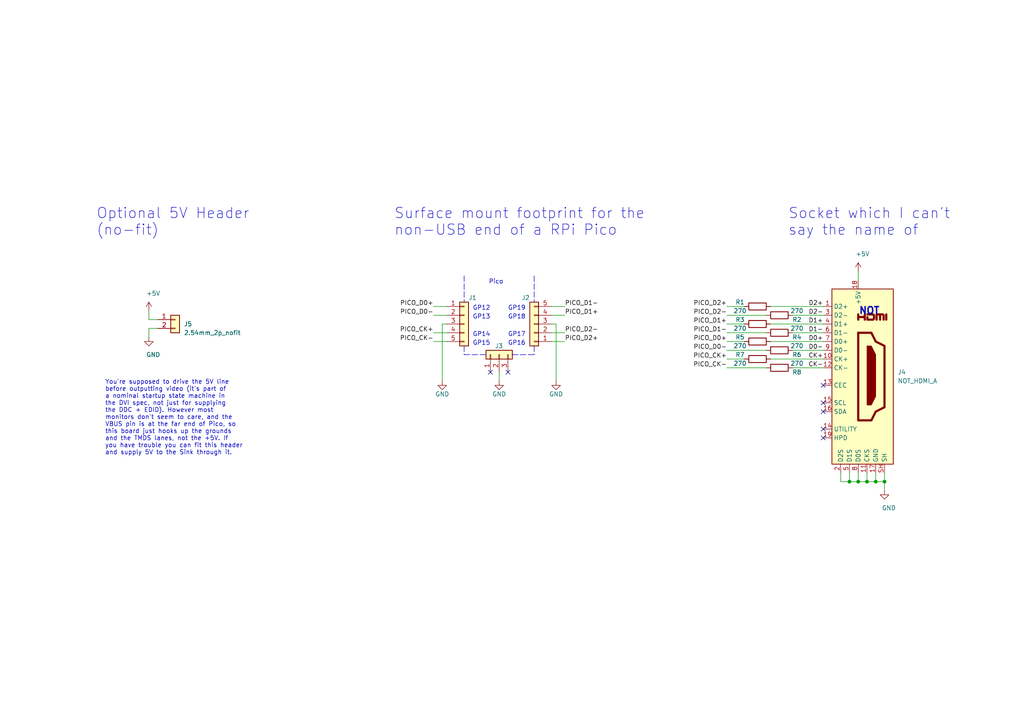
<source format=kicad_sch>
(kicad_sch (version 20211123) (generator eeschema)
  (paper "A4")
  (title_block (title "Pico DVI Sock (or Shim, or something, idk what to call it)") (date "2021-02-02") (rev "B") (company "Luke Wren") (comment 1 "and stick the board into a breadboard. Micro-USB one end, video the other end.") (comment 2 "low-profile on the bottom, so you can fit headers to the remaining Pico I/O pins") (comment 3 "DMI (the H is silent) connector onto the end opposite the micro-USB. It's pretty ") (comment 4 "The raspberry end of a RPi Pico is surface mounted onto this board, to fit a"))
  (lib_symbols
    (symbol "Connector:HDMI_A"
      (property "Reference" "J" (at -6.35 26.67 0))
      (property "Value" "HDMI_A" (at 10.16 26.67 0))
      (symbol "HDMI_A_0_0"
        (polyline (pts (xy 8.128 16.51) (xy 8.128 18.034)) (stroke (width 0.635)))
        (polyline (pts (xy 0 16.51) (xy 0 18.034) (xy 0 17.272) (xy 1.905 17.272) (xy 1.905 18.034) (xy 1.905 16.51)) (stroke (width 0.635)))
        (polyline (pts (xy 2.667 18.034) (xy 4.318 18.034) (xy 4.572 17.78) (xy 4.572 16.764) (xy 4.318 16.51) (xy 2.667 16.51) (xy 2.667 17.272)) (stroke (width 0.635)))
      )
      (symbol "HDMI_A_0_1"
        (rectangle (start -7.62 25.4) (end 10.16 -25.4) (stroke (width 0.254)) (fill (type background)))
        (polyline (pts (xy 2.54 8.89) (xy 3.81 8.89) (xy 5.08 6.35) (xy 5.08 -5.715) (xy 3.81 -8.255) (xy 2.54 -8.255) (xy 2.54 8.89)) (fill (type outline)))
        (polyline (pts (xy 5.334 16.51) (xy 5.334 18.034) (xy 6.35 18.034) (xy 6.35 16.51) (xy 6.35 18.034) (xy 7.112 18.034) (xy 7.366 17.78) (xy 7.366 16.51)) (stroke (width 0.635)))
        (polyline (pts (xy 0 12.7) (xy 0 -12.7) (xy 3.81 -12.7) (xy 5.08 -10.16) (xy 7.62 -8.89) (xy 7.62 8.89) (xy 5.08 10.16) (xy 3.81 12.7) (xy 0 12.7)) (stroke (width 0.635)))
      )
      (symbol "HDMI_A_1_1"
        (pin passive line (at -10.16 20.32 0) (length 2.54) (name "D2+") (number "1"))
        (pin passive line (at -10.16 5.08 0) (length 2.54) (name "CK+") (number "10"))
        (pin power_in line (at 2.54 -27.94 90) (length 2.54) (name "CKS") (number "11"))
        (pin passive line (at -10.16 2.54 0) (length 2.54) (name "CK-") (number "12"))
        (pin bidirectional line (at -10.16 -2.54 0) (length 2.54) (name "CEC") (number "13"))
        (pin passive line (at -10.16 -15.24 0) (length 2.54) (name "UTILITY") (number "14"))
        (pin passive line (at -10.16 -7.62 0) (length 2.54) (name "SCL") (number "15"))
        (pin bidirectional line (at -10.16 -10.16 0) (length 2.54) (name "SDA") (number "16"))
        (pin power_in line (at 5.08 -27.94 90) (length 2.54) (name "GND") (number "17"))
        (pin power_in line (at 0 27.94 270) (length 2.54) (name "+5V") (number "18"))
        (pin passive line (at -10.16 -17.78 0) (length 2.54) (name "HPD") (number "19"))
        (pin power_in line (at -5.08 -27.94 90) (length 2.54) (name "D2S") (number "2"))
        (pin passive line (at -10.16 17.78 0) (length 2.54) (name "D2-") (number "3"))
        (pin passive line (at -10.16 15.24 0) (length 2.54) (name "D1+") (number "4"))
        (pin power_in line (at -2.54 -27.94 90) (length 2.54) (name "D1S") (number "5"))
        (pin passive line (at -10.16 12.7 0) (length 2.54) (name "D1-") (number "6"))
        (pin passive line (at -10.16 10.16 0) (length 2.54) (name "D0+") (number "7"))
        (pin power_in line (at 0 -27.94 90) (length 2.54) (name "D0S") (number "8"))
        (pin passive line (at -10.16 7.62 0) (length 2.54) (name "D0-") (number "9"))
        (pin passive line (at 7.62 -27.94 90) (length 2.54) (name "SH") (number "SH"))
      )
    )
    (symbol "Connector_Generic:Conn_01x02" (pin_names (offset 1.016) hide)
      (property "Reference" "J" (at 0 2.54 0))
      (property "Value" "Conn_01x02" (at 0 -5.08 0))
      (symbol "Conn_01x02_1_1"
        (rectangle (start -1.27 -2.413) (end 0 -2.667) (stroke (width 0.1524)))
        (rectangle (start -1.27 0.127) (end 0 -0.127) (stroke (width 0.1524)))
        (rectangle (start -1.27 1.27) (end 1.27 -3.81) (stroke (width 0.254)) (fill (type background)))
        (pin passive line (at -5.08 0 0) (length 3.81) (name "Pin_1") (number "1"))
        (pin passive line (at -5.08 -2.54 0) (length 3.81) (name "Pin_2") (number "2"))
      )
    )
    (symbol "Connector_Generic:Conn_01x03" (pin_names (offset 1.016) hide)
      (property "Reference" "J" (at 0 5.08 0))
      (property "Value" "Conn_01x03" (at 0 -5.08 0))
      (symbol "Conn_01x03_1_1"
        (rectangle (start -1.27 -2.413) (end 0 -2.667) (stroke (width 0.1524)))
        (rectangle (start -1.27 0.127) (end 0 -0.127) (stroke (width 0.1524)))
        (rectangle (start -1.27 2.667) (end 0 2.413) (stroke (width 0.1524)))
        (rectangle (start -1.27 3.81) (end 1.27 -3.81) (stroke (width 0.254)) (fill (type background)))
        (pin passive line (at -5.08 2.54 0) (length 3.81) (name "Pin_1") (number "1"))
        (pin passive line (at -5.08 0 0) (length 3.81) (name "Pin_2") (number "2"))
        (pin passive line (at -5.08 -2.54 0) (length 3.81) (name "Pin_3") (number "3"))
      )
    )
    (symbol "Connector_Generic:Conn_01x05" (pin_names (offset 1.016) hide)
      (property "Reference" "J" (at 0 7.62 0))
      (property "Value" "Conn_01x05" (at 0 -7.62 0))
      (symbol "Conn_01x05_1_1"
        (rectangle (start -1.27 -4.953) (end 0 -5.207) (stroke (width 0.1524)))
        (rectangle (start -1.27 -2.413) (end 0 -2.667) (stroke (width 0.1524)))
        (rectangle (start -1.27 0.127) (end 0 -0.127) (stroke (width 0.1524)))
        (rectangle (start -1.27 2.667) (end 0 2.413) (stroke (width 0.1524)))
        (rectangle (start -1.27 5.207) (end 0 4.953) (stroke (width 0.1524)))
        (rectangle (start -1.27 6.35) (end 1.27 -6.35) (stroke (width 0.254)) (fill (type background)))
        (pin passive line (at -5.08 5.08 0) (length 3.81) (name "Pin_1") (number "1"))
        (pin passive line (at -5.08 2.54 0) (length 3.81) (name "Pin_2") (number "2"))
        (pin passive line (at -5.08 0 0) (length 3.81) (name "Pin_3") (number "3"))
        (pin passive line (at -5.08 -2.54 0) (length 3.81) (name "Pin_4") (number "4"))
        (pin passive line (at -5.08 -5.08 0) (length 3.81) (name "Pin_5") (number "5"))
      )
    )
    (symbol "Device:R" (pin_numbers hide) (pin_names (offset 0))
      (property "Reference" "R" (at 2.032 0 90))
      (property "Value" "R" (at 0 0 90))
      (symbol "R_0_1"
        (rectangle (start -1.016 -2.54) (end 1.016 2.54) (stroke (width 0.254)))
      )
      (symbol "R_1_1"
        (pin passive line (at 0 3.81 270) (length 1.27) (name "~") (number "1"))
        (pin passive line (at 0 -3.81 90) (length 1.27) (name "~") (number "2"))
      )
    )
    (symbol "power:+5V" (power) (pin_names (offset 0))
      (property "Value" "+5V" (at 0 3.556 0))
      (symbol "+5V_0_1"
        (polyline (pts (xy -0.762 1.27) (xy 0 2.54)))
        (polyline (pts (xy 0 0) (xy 0 2.54)))
        (polyline (pts (xy 0 2.54) (xy 0.762 1.27)))
      )
      (symbol "+5V_1_1"
        (pin power_in line (at 0 0 90) (length 0) hide (name "+5V") (number "1"))
      )
    )
    (symbol "power:GND" (power) (pin_names (offset 0))
      (property "Value" "GND" (at 0 -3.81 0))
      (symbol "GND_0_1"
        (polyline (pts (xy 0 0) (xy 0 -1.27) (xy 1.27 -1.27) (xy 0 -2.54) (xy -1.27 -1.27) (xy 0 -1.27)))
      )
      (symbol "GND_1_1"
        (pin power_in line (at 0 0 270) (length 0) hide (name "GND") (number "1"))
      )
    )
  )
  (junction (at 248.92 139.7) (diameter 0.9144))
  (junction (at 254 139.7) (diameter 0.9144))
  (junction (at 256.54 139.7) (diameter 0.9144))
  (junction (at 246.38 139.7) (diameter 0.9144))
  (junction (at 251.46 139.7) (diameter 0.9144))
  (no_connect (at 238.76 116.84))
  (no_connect (at 238.76 124.46))
  (no_connect (at 238.76 119.38))
  (no_connect (at 238.76 111.76))
  (no_connect (at 142.24 107.95))
  (no_connect (at 147.32 107.95))
  (no_connect (at 238.76 127))
  (wire (pts (xy 160.02 96.52) (xy 163.83 96.52)))
  (wire (pts (xy 229.87 101.6) (xy 238.76 101.6)))
  (wire (pts (xy 210.82 93.98) (xy 215.9 93.98)))
  (polyline (pts (xy 148.59 102.87) (xy 154.94 102.87)) (stroke (width 0) (type dash)))
  (polyline (pts (xy 154.94 100.33) (xy 154.94 102.87)) (stroke (width 0) (type dash)))
  (wire (pts (xy 223.52 104.14) (xy 238.76 104.14)))
  (wire (pts (xy 210.82 96.52) (xy 222.25 96.52)))
  (wire (pts (xy 43.18 95.25) (xy 43.18 97.79)))
  (wire (pts (xy 45.72 95.25) (xy 43.18 95.25)))
  (wire (pts (xy 223.52 93.98) (xy 238.76 93.98)))
  (wire (pts (xy 229.87 106.68) (xy 238.76 106.68)))
  (wire (pts (xy 223.52 99.06) (xy 238.76 99.06)))
  (wire (pts (xy 160.02 88.9) (xy 163.83 88.9)))
  (wire (pts (xy 246.38 137.16) (xy 246.38 139.7)))
  (wire (pts (xy 229.87 96.52) (xy 238.76 96.52)))
  (wire (pts (xy 160.02 93.98) (xy 161.29 93.98)))
  (wire (pts (xy 161.29 93.98) (xy 161.29 110.49)))
  (wire (pts (xy 125.73 88.9) (xy 129.54 88.9)))
  (wire (pts (xy 254 137.16) (xy 254 139.7)))
  (polyline (pts (xy 154.94 80.01) (xy 154.94 87.63)) (stroke (width 0) (type dash)))
  (wire (pts (xy 210.82 99.06) (xy 215.9 99.06)))
  (wire (pts (xy 210.82 106.68) (xy 222.25 106.68)))
  (wire (pts (xy 210.82 91.44) (xy 222.25 91.44)))
  (wire (pts (xy 210.82 104.14) (xy 215.9 104.14)))
  (polyline (pts (xy 134.62 100.33) (xy 134.62 102.87)) (stroke (width 0) (type dash)))
  (polyline (pts (xy 134.62 102.87) (xy 140.97 102.87)) (stroke (width 0) (type dash)))
  (wire (pts (xy 125.73 91.44) (xy 129.54 91.44)))
  (wire (pts (xy 248.92 78.74) (xy 248.92 81.28)))
  (wire (pts (xy 248.92 137.16) (xy 248.92 139.7)))
  (wire (pts (xy 210.82 88.9) (xy 215.9 88.9)))
  (wire (pts (xy 229.87 91.44) (xy 238.76 91.44)))
  (wire (pts (xy 256.54 137.16) (xy 256.54 139.7)))
  (wire (pts (xy 223.52 88.9) (xy 238.76 88.9)))
  (wire (pts (xy 243.84 137.16) (xy 243.84 139.7)))
  (wire (pts (xy 243.84 139.7) (xy 246.38 139.7)))
  (wire (pts (xy 246.38 139.7) (xy 248.92 139.7)))
  (wire (pts (xy 248.92 139.7) (xy 251.46 139.7)))
  (wire (pts (xy 251.46 139.7) (xy 254 139.7)))
  (wire (pts (xy 254 139.7) (xy 256.54 139.7)))
  (wire (pts (xy 256.54 139.7) (xy 256.54 142.24)))
  (wire (pts (xy 160.02 99.06) (xy 163.83 99.06)))
  (wire (pts (xy 160.02 91.44) (xy 163.83 91.44)))
  (wire (pts (xy 125.73 99.06) (xy 129.54 99.06)))
  (wire (pts (xy 210.82 101.6) (xy 222.25 101.6)))
  (wire (pts (xy 251.46 137.16) (xy 251.46 139.7)))
  (wire (pts (xy 125.73 96.52) (xy 129.54 96.52)))
  (wire (pts (xy 43.18 90.17) (xy 43.18 92.71)))
  (wire (pts (xy 45.72 92.71) (xy 43.18 92.71)))
  (wire (pts (xy 128.27 93.98) (xy 128.27 110.49)))
  (wire (pts (xy 129.54 93.98) (xy 128.27 93.98)))
  (polyline (pts (xy 134.62 80.01) (xy 134.62 87.63)) (stroke (width 0) (type dash)))
  (wire (pts (xy 144.78 107.95) (xy 144.78 110.49)))
  (text "GP12" (at 142.24 90.17 180) (effects (font (size 1.27 1.27)) (justify right bottom)))
  (text "GP15" (at 142.24 100.33 180) (effects (font (size 1.27 1.27)) (justify right bottom)))
  (text "GP17" (at 147.32 97.79 0) (effects (font (size 1.27 1.27)) (justify left bottom)))
  (text "You're supposed to drive the 5V line\nbefore outputting video (it's part of\na nominal startup state machine in\nthe DVI spec, not just for supplying\nthe DDC + EDID). However most\nmonitors don't seem to care, and the\nVBUS pin is at the far end of Pico, so\nthis board just hooks up the grounds\nand the TMDS lanes, not the +5V. If\nyou have trouble you can fit this header\nand supply 5V to the Sink through it." (at 30.48 132.08 0) (effects (font (size 1.27 1.27)) (justify left bottom)))
  (text "GP13" (at 142.24 92.71 180) (effects (font (size 1.27 1.27)) (justify right bottom)))
  (text "Surface mount footprint for the\nnon-USB end of a RPi Pico" (at 114.3 68.58 0) (effects (font (size 3 3)) (justify left bottom)))
  (text "GP14" (at 142.24 97.79 180) (effects (font (size 1.27 1.27)) (justify right bottom)))
  (text "GP19" (at 147.32 90.17 0) (effects (font (size 1.27 1.27)) (justify left bottom)))
  (text "GP18" (at 147.32 92.71 0) (effects (font (size 1.27 1.27)) (justify left bottom)))
  (text "NOT" (at 255.27 91.44 180) (effects (font (size 2 2) (thickness 0.4) bold) (justify right bottom)))
  (text "Pico" (at 146.05 82.55 180) (effects (font (size 1.27 1.27)) (justify right bottom)))
  (text "Optional 5V Header\n(no-fit)\n" (at 27.94 68.58 0) (effects (font (size 3 3)) (justify left bottom)))
  (text "Socket which I can't\nsay the name of" (at 228.6 68.58 0) (effects (font (size 3 3)) (justify left bottom)))
  (text "GP16" (at 147.32 100.33 0) (effects (font (size 1.27 1.27)) (justify left bottom)))
  (label "PICO_CK+" (at 125.73 96.52 180))
  (label "D1+" (at 238.76 93.98 180))
  (label "PICO_D1-" (at 210.82 96.52 180))
  (label "PICO_CK-" (at 210.82 106.68 180))
  (label "D1-" (at 238.76 96.52 180))
  (label "PICO_D0-" (at 210.82 101.6 180))
  (label "PICO_CK+" (at 210.82 104.14 180))
  (label "D2+" (at 238.76 88.9 180))
  (label "PICO_D1+" (at 210.82 93.98 180))
  (label "D0-" (at 238.76 101.6 180))
  (label "PICO_D2-" (at 163.83 96.52 0))
  (label "PICO_D0-" (at 125.73 91.44 180))
  (label "PICO_D2+" (at 163.83 99.06 0))
  (label "D0+" (at 238.76 99.06 180))
  (label "CK-" (at 238.76 106.68 180))
  (label "PICO_D0+" (at 210.82 99.06 180))
  (label "PICO_CK-" (at 125.73 99.06 180))
  (label "PICO_D2-" (at 210.82 91.44 180))
  (label "D2-" (at 238.76 91.44 180))
  (label "PICO_D0+" (at 125.73 88.9 180))
  (label "CK+" (at 238.76 104.14 180))
  (label "PICO_D1-" (at 163.83 88.9 0))
  (label "PICO_D1+" (at 163.83 91.44 0))
  (label "PICO_D2+" (at 210.82 88.9 180))
  (symbol (lib_id "power:GND") (at 161.29 110.49 0) (unit 1)
    (property "Reference" "#PWR03" (effects hide))
    (property "Value" "GND" (at 161.29 114.3 0))
  )
  (symbol (lib_id "power:GND") (at 128.27 110.49 0) (unit 1)
    (property "Reference" "#PWR01" (effects hide))
    (property "Value" "GND" (at 128.27 114.3 0))
  )
  (symbol (lib_id "power:+5V") (at 248.92 78.74 0) (unit 1)
    (property "Reference" "#PWR0103" (effects hide))
    (property "Value" "+5V" (at 250.19 73.66 0))
  )
  (symbol (lib_id "power:GND") (at 43.18 97.79 0) (unit 1)
    (property "Reference" "#PWR0101" (effects hide))
    (property "Value" "GND" (at 44.45 102.87 0))
  )
  (symbol (lib_id "Device:R") (at 219.71 88.9 90) (unit 1)
    (property "Reference" "R1" (at 214.63 87.63 90))
    (property "Value" "270" (at 214.63 90.17 90))
    (property "Footprint" "Resistor_SMD:R_0603_1608Metric" (effects hide))
    (property "LCSC" "C22966" (effects hide))
  )
  (symbol (lib_id "Connector_Generic:Conn_01x03") (at 144.78 102.87 90) (unit 1)
    (property "Reference" "J3" (at 143.51 100.33 90) (effects (justify right)))
    (property "Value" "Conn_01x03" (effects hide))
    (property "Footprint" "dvi-sock:castellated_2.54mm_smd_x3" (effects hide))
  )
  (symbol (lib_id "Device:R") (at 226.06 106.68 270) (unit 1)
    (property "Reference" "R8" (at 231.14 107.95 90))
    (property "Value" "270" (at 231.14 105.41 90))
    (property "Footprint" "Resistor_SMD:R_0603_1608Metric" (effects hide))
    (property "LCSC" "C22966" (effects hide))
  )
  (symbol (lib_id "Device:R") (at 226.06 91.44 270) (unit 1)
    (property "Reference" "R2" (at 231.14 92.71 90))
    (property "Value" "270" (at 231.14 90.17 90))
    (property "Footprint" "Resistor_SMD:R_0603_1608Metric" (effects hide))
    (property "LCSC" "C22966" (effects hide))
  )
  (symbol (lib_id "Connector_Generic:Conn_01x05") (at 134.62 93.98 0) (unit 1)
    (property "Reference" "J1" (at 135.89 86.36 0) (effects (justify left)))
    (property "Value" "Conn_01x05" (effects hide))
    (property "Footprint" "dvi-sock:castellated_2.54mm_smd_x5" (effects hide))
  )
  (symbol (lib_id "Device:R") (at 219.71 93.98 90) (unit 1)
    (property "Reference" "R3" (at 214.63 92.71 90))
    (property "Value" "270" (at 214.63 95.25 90))
    (property "Footprint" "Resistor_SMD:R_0603_1608Metric" (effects hide))
    (property "LCSC" "C22966" (effects hide))
  )
  (symbol (lib_id "Connector_Generic:Conn_01x05") (at 154.94 93.98 180) (unit 1)
    (property "Reference" "J2" (at 153.67 86.36 0) (effects (justify left)))
    (property "Value" "Conn_01x05" (effects hide))
    (property "Footprint" "dvi-sock:castellated_2.54mm_smd_x5" (effects hide))
  )
  (symbol (lib_id "Device:R") (at 226.06 101.6 270) (unit 1)
    (property "Reference" "R6" (at 231.14 102.87 90))
    (property "Value" "270" (at 231.14 100.33 90))
    (property "Footprint" "Resistor_SMD:R_0603_1608Metric" (effects hide))
    (property "LCSC" "C22966" (effects hide))
  )
  (symbol (lib_id "Device:R") (at 219.71 104.14 90) (unit 1)
    (property "Reference" "R7" (at 214.63 102.87 90))
    (property "Value" "270" (at 214.63 105.41 90))
    (property "Footprint" "Resistor_SMD:R_0603_1608Metric" (effects hide))
    (property "LCSC" "C22966" (effects hide))
  )
  (symbol (lib_id "Connector:HDMI_A") (at 248.92 109.22 0) (unit 1)
    (property "Reference" "J4" (at 260.35 107.95 0) (effects (justify left)))
    (property "Value" "NOT_HDMI_A" (at 260.35 110.49 0) (effects (justify left)))
    (property "Footprint" "Connector_HDMI:HDMI_A_Molex_208658-1001_Horizontal" (effects hide))
    (property "Datasheet" "https://en.wikipedia.org/wiki/HDMI" (effects hide))
    (property "LCSC" "C138388" (effects hide))
  )
  (symbol (lib_id "power:GND") (at 256.54 142.24 0) (unit 1)
    (property "Reference" "#PWR04" (effects hide))
    (property "Value" "GND" (at 257.81 147.32 0))
  )
  (symbol (lib_id "power:+5V") (at 43.18 90.17 0) (unit 1)
    (property "Reference" "#PWR0102" (effects hide))
    (property "Value" "+5V" (at 44.45 85.09 0))
  )
  (symbol (lib_id "Connector_Generic:Conn_01x02") (at 50.8 92.71 0) (unit 1)
    (property "Reference" "J5" (at 53.34 93.98 0) (effects (justify left)))
    (property "Value" "2.54mm_2p_nofit" (at 53.34 96.52 0) (effects (justify left)))
    (property "Footprint" "dvi-sock:PinHeader_1x02_P2.54mm_Vertical_nosilk" (effects hide))
  )
  (symbol (lib_id "Device:R") (at 219.71 99.06 90) (unit 1)
    (property "Reference" "R5" (at 214.63 97.79 90))
    (property "Value" "270" (at 214.63 100.33 90))
    (property "Footprint" "Resistor_SMD:R_0603_1608Metric" (effects hide))
    (property "LCSC" "C22966" (effects hide))
  )
  (symbol (lib_id "power:GND") (at 144.78 110.49 0) (unit 1)
    (property "Reference" "#PWR02" (effects hide))
    (property "Value" "GND" (at 144.78 114.3 0))
  )
  (symbol (lib_id "Device:R") (at 226.06 96.52 270) (unit 1)
    (property "Reference" "R4" (at 231.14 97.79 90))
    (property "Value" "270" (at 231.14 95.25 90))
    (property "Footprint" "Resistor_SMD:R_0603_1608Metric" (effects hide))
    (property "LCSC" "C22966" (effects hide))
  )
)
</source>
